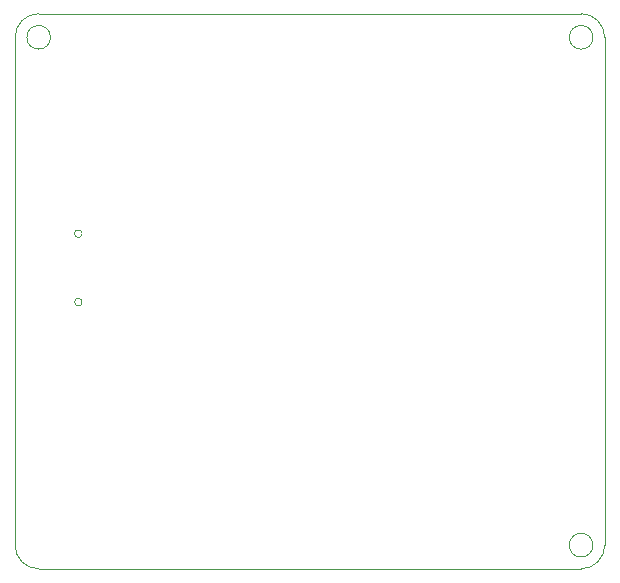
<source format=gbr>
%TF.GenerationSoftware,KiCad,Pcbnew,8.99.0-2608-ga0707285a1*%
%TF.CreationDate,2024-10-22T09:16:20-04:00*%
%TF.ProjectId,shinobi,7368696e-6f62-4692-9e6b-696361645f70,rev?*%
%TF.SameCoordinates,Original*%
%TF.FileFunction,Profile,NP*%
%FSLAX46Y46*%
G04 Gerber Fmt 4.6, Leading zero omitted, Abs format (unit mm)*
G04 Created by KiCad (PCBNEW 8.99.0-2608-ga0707285a1) date 2024-10-22 09:16:20*
%MOMM*%
%LPD*%
G01*
G04 APERTURE LIST*
%TA.AperFunction,Profile*%
%ADD10C,0.050000*%
%TD*%
%TA.AperFunction,Profile*%
%ADD11C,0.010000*%
%TD*%
G04 APERTURE END LIST*
D10*
X128001100Y-128503600D02*
G75*
G02*
X126001100Y-126503600I0J2000000D01*
G01*
X174924900Y-83503600D02*
G75*
G02*
X172924900Y-83503600I-1000000J0D01*
G01*
X172924900Y-83503600D02*
G75*
G02*
X174924900Y-83503600I1000000J0D01*
G01*
X126001100Y-83503600D02*
G75*
G02*
X128001100Y-81503600I2000000J0D01*
G01*
X128001100Y-128503600D02*
X173924900Y-128503600D01*
X174924900Y-126503600D02*
G75*
G02*
X172924900Y-126503600I-1000000J0D01*
G01*
X172924900Y-126503600D02*
G75*
G02*
X174924900Y-126503600I1000000J0D01*
G01*
X173924900Y-81503600D02*
X128001100Y-81503600D01*
X129001100Y-83503600D02*
G75*
G02*
X127001100Y-83503600I-1000000J0D01*
G01*
X127001100Y-83503600D02*
G75*
G02*
X129001100Y-83503600I1000000J0D01*
G01*
X175924900Y-126503600D02*
X175924900Y-83503600D01*
X175924900Y-126503600D02*
G75*
G02*
X173924900Y-128503600I-2000000J0D01*
G01*
X126001100Y-83503600D02*
X126001100Y-126503600D01*
X173924900Y-81503600D02*
G75*
G02*
X175924900Y-83503600I0J-2000000D01*
G01*
D11*
X131678250Y-100137400D02*
G75*
G02*
X131028250Y-100137400I-325000J0D01*
G01*
X131028250Y-100137400D02*
G75*
G02*
X131678250Y-100137400I325000J0D01*
G01*
X131678250Y-105917400D02*
G75*
G02*
X131028250Y-105917400I-325000J0D01*
G01*
X131028250Y-105917400D02*
G75*
G02*
X131678250Y-105917400I325000J0D01*
G01*
M02*

</source>
